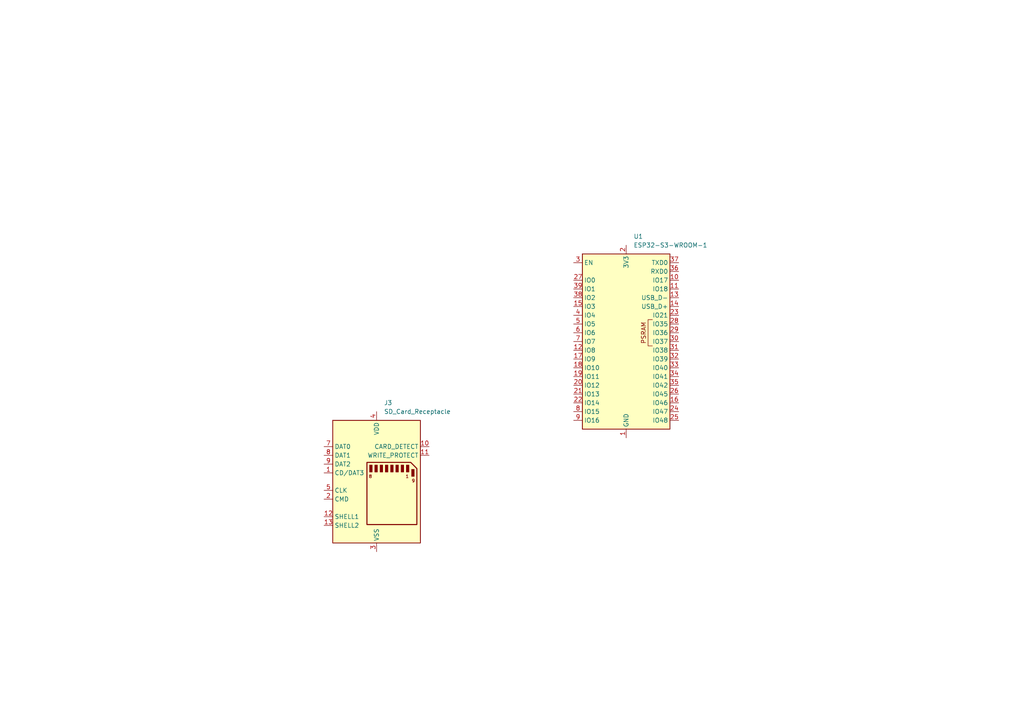
<source format=kicad_sch>
(kicad_sch
	(version 20250114)
	(generator "eeschema")
	(generator_version "9.0")
	(uuid "eae6b2b7-7c39-475f-a588-61e077f8b686")
	(paper "A4")
	(lib_symbols
		(symbol "Connector:SD_Card_Receptacle"
			(exclude_from_sim no)
			(in_bom yes)
			(on_board yes)
			(property "Reference" "J"
				(at -11.938 19.304 0)
				(effects
					(font
						(size 1.27 1.27)
					)
				)
			)
			(property "Value" "SD_Card_Receptacle"
				(at 10.922 -19.558 0)
				(effects
					(font
						(size 1.27 1.27)
					)
				)
			)
			(property "Footprint" ""
				(at 8.89 -3.302 0)
				(effects
					(font
						(size 1.27 1.27)
					)
					(hide yes)
				)
			)
			(property "Datasheet" "http://portal.fciconnect.com/Comergent//fci/drawing/10067847.pdf"
				(at 0 0 0)
				(effects
					(font
						(size 1.27 1.27)
					)
					(hide yes)
				)
			)
			(property "Description" "SD card receptacle"
				(at 0 0 0)
				(effects
					(font
						(size 1.27 1.27)
					)
					(hide yes)
				)
			)
			(property "ki_keywords" "connector SD"
				(at 0 0 0)
				(effects
					(font
						(size 1.27 1.27)
					)
					(hide yes)
				)
			)
			(property "ki_fp_filters" "SD*"
				(at 0 0 0)
				(effects
					(font
						(size 1.27 1.27)
					)
					(hide yes)
				)
			)
			(symbol "SD_Card_Receptacle_0_1"
				(rectangle
					(start -2.032 2.794)
					(end -1.27 4.826)
					(stroke
						(width 0)
						(type default)
					)
					(fill
						(type outline)
					)
				)
				(rectangle
					(start -0.508 2.794)
					(end 0.254 4.826)
					(stroke
						(width 0)
						(type default)
					)
					(fill
						(type outline)
					)
				)
				(rectangle
					(start 1.016 2.794)
					(end 1.778 4.826)
					(stroke
						(width 0)
						(type default)
					)
					(fill
						(type outline)
					)
				)
				(rectangle
					(start 2.54 2.794)
					(end 3.302 4.826)
					(stroke
						(width 0)
						(type default)
					)
					(fill
						(type outline)
					)
				)
				(rectangle
					(start 4.064 2.794)
					(end 4.826 4.826)
					(stroke
						(width 0)
						(type default)
					)
					(fill
						(type outline)
					)
				)
				(rectangle
					(start 5.588 2.794)
					(end 6.35 4.826)
					(stroke
						(width 0)
						(type default)
					)
					(fill
						(type outline)
					)
				)
				(rectangle
					(start 7.112 2.794)
					(end 7.874 4.826)
					(stroke
						(width 0)
						(type default)
					)
					(fill
						(type outline)
					)
				)
				(rectangle
					(start 8.636 2.794)
					(end 9.398 4.826)
					(stroke
						(width 0)
						(type default)
					)
					(fill
						(type outline)
					)
				)
				(rectangle
					(start 10.16 1.524)
					(end 10.922 3.556)
					(stroke
						(width 0)
						(type default)
					)
					(fill
						(type outline)
					)
				)
			)
			(symbol "SD_Card_Receptacle_1_1"
				(rectangle
					(start -12.7 17.78)
					(end 12.7 -17.78)
					(stroke
						(width 0.254)
						(type default)
					)
					(fill
						(type background)
					)
				)
				(polyline
					(pts
						(xy 9.906 5.588) (xy -2.794 5.588) (xy -2.794 -12.446) (xy 11.684 -12.446) (xy 11.684 3.81) (xy 9.906 5.588)
					)
					(stroke
						(width 0.3)
						(type default)
					)
					(fill
						(type none)
					)
				)
				(text "8"
					(at -1.778 1.524 0)
					(effects
						(font
							(size 0.9 0.9)
						)
					)
				)
				(text "1"
					(at 8.89 1.524 0)
					(effects
						(font
							(size 0.9 0.9)
						)
					)
				)
				(text "9"
					(at 10.668 0.254 0)
					(effects
						(font
							(size 0.9 0.9)
						)
					)
				)
				(pin bidirectional line
					(at -15.24 10.16 0)
					(length 2.54)
					(name "DAT0"
						(effects
							(font
								(size 1.27 1.27)
							)
						)
					)
					(number "7"
						(effects
							(font
								(size 1.27 1.27)
							)
						)
					)
				)
				(pin bidirectional line
					(at -15.24 7.62 0)
					(length 2.54)
					(name "DAT1"
						(effects
							(font
								(size 1.27 1.27)
							)
						)
					)
					(number "8"
						(effects
							(font
								(size 1.27 1.27)
							)
						)
					)
				)
				(pin bidirectional line
					(at -15.24 5.08 0)
					(length 2.54)
					(name "DAT2"
						(effects
							(font
								(size 1.27 1.27)
							)
						)
					)
					(number "9"
						(effects
							(font
								(size 1.27 1.27)
							)
						)
					)
				)
				(pin bidirectional line
					(at -15.24 2.54 0)
					(length 2.54)
					(name "CD/DAT3"
						(effects
							(font
								(size 1.27 1.27)
							)
						)
					)
					(number "1"
						(effects
							(font
								(size 1.27 1.27)
							)
						)
					)
				)
				(pin input line
					(at -15.24 -2.54 0)
					(length 2.54)
					(name "CLK"
						(effects
							(font
								(size 1.27 1.27)
							)
						)
					)
					(number "5"
						(effects
							(font
								(size 1.27 1.27)
							)
						)
					)
				)
				(pin bidirectional line
					(at -15.24 -5.08 0)
					(length 2.54)
					(name "CMD"
						(effects
							(font
								(size 1.27 1.27)
							)
						)
					)
					(number "2"
						(effects
							(font
								(size 1.27 1.27)
							)
						)
					)
				)
				(pin passive line
					(at -15.24 -10.16 0)
					(length 2.54)
					(name "SHELL1"
						(effects
							(font
								(size 1.27 1.27)
							)
						)
					)
					(number "12"
						(effects
							(font
								(size 1.27 1.27)
							)
						)
					)
				)
				(pin passive line
					(at -15.24 -12.7 0)
					(length 2.54)
					(name "SHELL2"
						(effects
							(font
								(size 1.27 1.27)
							)
						)
					)
					(number "13"
						(effects
							(font
								(size 1.27 1.27)
							)
						)
					)
				)
				(pin power_in line
					(at 0 20.32 270)
					(length 2.54)
					(name "VDD"
						(effects
							(font
								(size 1.27 1.27)
							)
						)
					)
					(number "4"
						(effects
							(font
								(size 1.27 1.27)
							)
						)
					)
				)
				(pin power_in line
					(at 0 -20.32 90)
					(length 2.54)
					(name "VSS"
						(effects
							(font
								(size 1.27 1.27)
							)
						)
					)
					(number "3"
						(effects
							(font
								(size 1.27 1.27)
							)
						)
					)
				)
				(pin passive line
					(at 0 -20.32 90)
					(length 2.54)
					(hide yes)
					(name "VSS"
						(effects
							(font
								(size 1.27 1.27)
							)
						)
					)
					(number "6"
						(effects
							(font
								(size 1.27 1.27)
							)
						)
					)
				)
				(pin output line
					(at 15.24 10.16 180)
					(length 2.54)
					(name "CARD_DETECT"
						(effects
							(font
								(size 1.27 1.27)
							)
						)
					)
					(number "10"
						(effects
							(font
								(size 1.27 1.27)
							)
						)
					)
				)
				(pin output line
					(at 15.24 7.62 180)
					(length 2.54)
					(name "WRITE_PROTECT"
						(effects
							(font
								(size 1.27 1.27)
							)
						)
					)
					(number "11"
						(effects
							(font
								(size 1.27 1.27)
							)
						)
					)
				)
			)
			(embedded_fonts no)
		)
		(symbol "RF_Module:ESP32-S3-WROOM-1"
			(exclude_from_sim no)
			(in_bom yes)
			(on_board yes)
			(property "Reference" "U"
				(at -12.7 26.67 0)
				(effects
					(font
						(size 1.27 1.27)
					)
				)
			)
			(property "Value" "ESP32-S3-WROOM-1"
				(at 12.7 26.67 0)
				(effects
					(font
						(size 1.27 1.27)
					)
				)
			)
			(property "Footprint" "RF_Module:ESP32-S3-WROOM-1"
				(at 0 2.54 0)
				(effects
					(font
						(size 1.27 1.27)
					)
					(hide yes)
				)
			)
			(property "Datasheet" "https://www.espressif.com/sites/default/files/documentation/esp32-s3-wroom-1_wroom-1u_datasheet_en.pdf"
				(at 0 0 0)
				(effects
					(font
						(size 1.27 1.27)
					)
					(hide yes)
				)
			)
			(property "Description" "RF Module, ESP32-S3 SoC, Wi-Fi 802.11b/g/n, Bluetooth, BLE, 32-bit, 3.3V, onboard antenna, SMD"
				(at 0 0 0)
				(effects
					(font
						(size 1.27 1.27)
					)
					(hide yes)
				)
			)
			(property "ki_keywords" "RF Radio BT ESP ESP32-S3 Espressif onboard PCB antenna"
				(at 0 0 0)
				(effects
					(font
						(size 1.27 1.27)
					)
					(hide yes)
				)
			)
			(property "ki_fp_filters" "ESP32?S3?WROOM?1*"
				(at 0 0 0)
				(effects
					(font
						(size 1.27 1.27)
					)
					(hide yes)
				)
			)
			(symbol "ESP32-S3-WROOM-1_0_0"
				(rectangle
					(start -12.7 25.4)
					(end 12.7 -25.4)
					(stroke
						(width 0.254)
						(type default)
					)
					(fill
						(type background)
					)
				)
				(text "PSRAM"
					(at 5.08 2.54 900)
					(effects
						(font
							(size 1.27 1.27)
						)
					)
				)
			)
			(symbol "ESP32-S3-WROOM-1_0_1"
				(polyline
					(pts
						(xy 7.62 -1.27) (xy 6.35 -1.27) (xy 6.35 6.35) (xy 7.62 6.35)
					)
					(stroke
						(width 0)
						(type default)
					)
					(fill
						(type none)
					)
				)
			)
			(symbol "ESP32-S3-WROOM-1_1_1"
				(pin input line
					(at -15.24 22.86 0)
					(length 2.54)
					(name "EN"
						(effects
							(font
								(size 1.27 1.27)
							)
						)
					)
					(number "3"
						(effects
							(font
								(size 1.27 1.27)
							)
						)
					)
				)
				(pin bidirectional line
					(at -15.24 17.78 0)
					(length 2.54)
					(name "IO0"
						(effects
							(font
								(size 1.27 1.27)
							)
						)
					)
					(number "27"
						(effects
							(font
								(size 1.27 1.27)
							)
						)
					)
				)
				(pin bidirectional line
					(at -15.24 15.24 0)
					(length 2.54)
					(name "IO1"
						(effects
							(font
								(size 1.27 1.27)
							)
						)
					)
					(number "39"
						(effects
							(font
								(size 1.27 1.27)
							)
						)
					)
				)
				(pin bidirectional line
					(at -15.24 12.7 0)
					(length 2.54)
					(name "IO2"
						(effects
							(font
								(size 1.27 1.27)
							)
						)
					)
					(number "38"
						(effects
							(font
								(size 1.27 1.27)
							)
						)
					)
				)
				(pin bidirectional line
					(at -15.24 10.16 0)
					(length 2.54)
					(name "IO3"
						(effects
							(font
								(size 1.27 1.27)
							)
						)
					)
					(number "15"
						(effects
							(font
								(size 1.27 1.27)
							)
						)
					)
				)
				(pin bidirectional line
					(at -15.24 7.62 0)
					(length 2.54)
					(name "IO4"
						(effects
							(font
								(size 1.27 1.27)
							)
						)
					)
					(number "4"
						(effects
							(font
								(size 1.27 1.27)
							)
						)
					)
				)
				(pin bidirectional line
					(at -15.24 5.08 0)
					(length 2.54)
					(name "IO5"
						(effects
							(font
								(size 1.27 1.27)
							)
						)
					)
					(number "5"
						(effects
							(font
								(size 1.27 1.27)
							)
						)
					)
				)
				(pin bidirectional line
					(at -15.24 2.54 0)
					(length 2.54)
					(name "IO6"
						(effects
							(font
								(size 1.27 1.27)
							)
						)
					)
					(number "6"
						(effects
							(font
								(size 1.27 1.27)
							)
						)
					)
				)
				(pin bidirectional line
					(at -15.24 0 0)
					(length 2.54)
					(name "IO7"
						(effects
							(font
								(size 1.27 1.27)
							)
						)
					)
					(number "7"
						(effects
							(font
								(size 1.27 1.27)
							)
						)
					)
				)
				(pin bidirectional line
					(at -15.24 -2.54 0)
					(length 2.54)
					(name "IO8"
						(effects
							(font
								(size 1.27 1.27)
							)
						)
					)
					(number "12"
						(effects
							(font
								(size 1.27 1.27)
							)
						)
					)
				)
				(pin bidirectional line
					(at -15.24 -5.08 0)
					(length 2.54)
					(name "IO9"
						(effects
							(font
								(size 1.27 1.27)
							)
						)
					)
					(number "17"
						(effects
							(font
								(size 1.27 1.27)
							)
						)
					)
				)
				(pin bidirectional line
					(at -15.24 -7.62 0)
					(length 2.54)
					(name "IO10"
						(effects
							(font
								(size 1.27 1.27)
							)
						)
					)
					(number "18"
						(effects
							(font
								(size 1.27 1.27)
							)
						)
					)
				)
				(pin bidirectional line
					(at -15.24 -10.16 0)
					(length 2.54)
					(name "IO11"
						(effects
							(font
								(size 1.27 1.27)
							)
						)
					)
					(number "19"
						(effects
							(font
								(size 1.27 1.27)
							)
						)
					)
				)
				(pin bidirectional line
					(at -15.24 -12.7 0)
					(length 2.54)
					(name "IO12"
						(effects
							(font
								(size 1.27 1.27)
							)
						)
					)
					(number "20"
						(effects
							(font
								(size 1.27 1.27)
							)
						)
					)
				)
				(pin bidirectional line
					(at -15.24 -15.24 0)
					(length 2.54)
					(name "IO13"
						(effects
							(font
								(size 1.27 1.27)
							)
						)
					)
					(number "21"
						(effects
							(font
								(size 1.27 1.27)
							)
						)
					)
				)
				(pin bidirectional line
					(at -15.24 -17.78 0)
					(length 2.54)
					(name "IO14"
						(effects
							(font
								(size 1.27 1.27)
							)
						)
					)
					(number "22"
						(effects
							(font
								(size 1.27 1.27)
							)
						)
					)
				)
				(pin bidirectional line
					(at -15.24 -20.32 0)
					(length 2.54)
					(name "IO15"
						(effects
							(font
								(size 1.27 1.27)
							)
						)
					)
					(number "8"
						(effects
							(font
								(size 1.27 1.27)
							)
						)
					)
				)
				(pin bidirectional line
					(at -15.24 -22.86 0)
					(length 2.54)
					(name "IO16"
						(effects
							(font
								(size 1.27 1.27)
							)
						)
					)
					(number "9"
						(effects
							(font
								(size 1.27 1.27)
							)
						)
					)
				)
				(pin power_in line
					(at 0 27.94 270)
					(length 2.54)
					(name "3V3"
						(effects
							(font
								(size 1.27 1.27)
							)
						)
					)
					(number "2"
						(effects
							(font
								(size 1.27 1.27)
							)
						)
					)
				)
				(pin power_in line
					(at 0 -27.94 90)
					(length 2.54)
					(name "GND"
						(effects
							(font
								(size 1.27 1.27)
							)
						)
					)
					(number "1"
						(effects
							(font
								(size 1.27 1.27)
							)
						)
					)
				)
				(pin passive line
					(at 0 -27.94 90)
					(length 2.54)
					(hide yes)
					(name "GND"
						(effects
							(font
								(size 1.27 1.27)
							)
						)
					)
					(number "40"
						(effects
							(font
								(size 1.27 1.27)
							)
						)
					)
				)
				(pin passive line
					(at 0 -27.94 90)
					(length 2.54)
					(hide yes)
					(name "GND"
						(effects
							(font
								(size 1.27 1.27)
							)
						)
					)
					(number "41"
						(effects
							(font
								(size 1.27 1.27)
							)
						)
					)
				)
				(pin bidirectional line
					(at 15.24 22.86 180)
					(length 2.54)
					(name "TXD0"
						(effects
							(font
								(size 1.27 1.27)
							)
						)
					)
					(number "37"
						(effects
							(font
								(size 1.27 1.27)
							)
						)
					)
				)
				(pin bidirectional line
					(at 15.24 20.32 180)
					(length 2.54)
					(name "RXD0"
						(effects
							(font
								(size 1.27 1.27)
							)
						)
					)
					(number "36"
						(effects
							(font
								(size 1.27 1.27)
							)
						)
					)
				)
				(pin bidirectional line
					(at 15.24 17.78 180)
					(length 2.54)
					(name "IO17"
						(effects
							(font
								(size 1.27 1.27)
							)
						)
					)
					(number "10"
						(effects
							(font
								(size 1.27 1.27)
							)
						)
					)
				)
				(pin bidirectional line
					(at 15.24 15.24 180)
					(length 2.54)
					(name "IO18"
						(effects
							(font
								(size 1.27 1.27)
							)
						)
					)
					(number "11"
						(effects
							(font
								(size 1.27 1.27)
							)
						)
					)
				)
				(pin bidirectional line
					(at 15.24 12.7 180)
					(length 2.54)
					(name "USB_D-"
						(effects
							(font
								(size 1.27 1.27)
							)
						)
					)
					(number "13"
						(effects
							(font
								(size 1.27 1.27)
							)
						)
					)
					(alternate "IO19" bidirectional line)
				)
				(pin bidirectional line
					(at 15.24 10.16 180)
					(length 2.54)
					(name "USB_D+"
						(effects
							(font
								(size 1.27 1.27)
							)
						)
					)
					(number "14"
						(effects
							(font
								(size 1.27 1.27)
							)
						)
					)
					(alternate "IO20" bidirectional line)
				)
				(pin bidirectional line
					(at 15.24 7.62 180)
					(length 2.54)
					(name "IO21"
						(effects
							(font
								(size 1.27 1.27)
							)
						)
					)
					(number "23"
						(effects
							(font
								(size 1.27 1.27)
							)
						)
					)
				)
				(pin bidirectional line
					(at 15.24 5.08 180)
					(length 2.54)
					(name "IO35"
						(effects
							(font
								(size 1.27 1.27)
							)
						)
					)
					(number "28"
						(effects
							(font
								(size 1.27 1.27)
							)
						)
					)
				)
				(pin bidirectional line
					(at 15.24 2.54 180)
					(length 2.54)
					(name "IO36"
						(effects
							(font
								(size 1.27 1.27)
							)
						)
					)
					(number "29"
						(effects
							(font
								(size 1.27 1.27)
							)
						)
					)
				)
				(pin bidirectional line
					(at 15.24 0 180)
					(length 2.54)
					(name "IO37"
						(effects
							(font
								(size 1.27 1.27)
							)
						)
					)
					(number "30"
						(effects
							(font
								(size 1.27 1.27)
							)
						)
					)
				)
				(pin bidirectional line
					(at 15.24 -2.54 180)
					(length 2.54)
					(name "IO38"
						(effects
							(font
								(size 1.27 1.27)
							)
						)
					)
					(number "31"
						(effects
							(font
								(size 1.27 1.27)
							)
						)
					)
				)
				(pin bidirectional line
					(at 15.24 -5.08 180)
					(length 2.54)
					(name "IO39"
						(effects
							(font
								(size 1.27 1.27)
							)
						)
					)
					(number "32"
						(effects
							(font
								(size 1.27 1.27)
							)
						)
					)
				)
				(pin bidirectional line
					(at 15.24 -7.62 180)
					(length 2.54)
					(name "IO40"
						(effects
							(font
								(size 1.27 1.27)
							)
						)
					)
					(number "33"
						(effects
							(font
								(size 1.27 1.27)
							)
						)
					)
				)
				(pin bidirectional line
					(at 15.24 -10.16 180)
					(length 2.54)
					(name "IO41"
						(effects
							(font
								(size 1.27 1.27)
							)
						)
					)
					(number "34"
						(effects
							(font
								(size 1.27 1.27)
							)
						)
					)
				)
				(pin bidirectional line
					(at 15.24 -12.7 180)
					(length 2.54)
					(name "IO42"
						(effects
							(font
								(size 1.27 1.27)
							)
						)
					)
					(number "35"
						(effects
							(font
								(size 1.27 1.27)
							)
						)
					)
				)
				(pin bidirectional line
					(at 15.24 -15.24 180)
					(length 2.54)
					(name "IO45"
						(effects
							(font
								(size 1.27 1.27)
							)
						)
					)
					(number "26"
						(effects
							(font
								(size 1.27 1.27)
							)
						)
					)
				)
				(pin bidirectional line
					(at 15.24 -17.78 180)
					(length 2.54)
					(name "IO46"
						(effects
							(font
								(size 1.27 1.27)
							)
						)
					)
					(number "16"
						(effects
							(font
								(size 1.27 1.27)
							)
						)
					)
				)
				(pin bidirectional line
					(at 15.24 -20.32 180)
					(length 2.54)
					(name "IO47"
						(effects
							(font
								(size 1.27 1.27)
							)
						)
					)
					(number "24"
						(effects
							(font
								(size 1.27 1.27)
							)
						)
					)
				)
				(pin bidirectional line
					(at 15.24 -22.86 180)
					(length 2.54)
					(name "IO48"
						(effects
							(font
								(size 1.27 1.27)
							)
						)
					)
					(number "25"
						(effects
							(font
								(size 1.27 1.27)
							)
						)
					)
				)
			)
			(embedded_fonts no)
		)
	)
	(symbol
		(lib_id "RF_Module:ESP32-S3-WROOM-1")
		(at 181.61 99.06 0)
		(unit 1)
		(exclude_from_sim no)
		(in_bom yes)
		(on_board yes)
		(dnp no)
		(fields_autoplaced yes)
		(uuid "8f0c5d9d-2644-41ac-bf57-1afaa0e585da")
		(property "Reference" "U1"
			(at 183.7533 68.58 0)
			(effects
				(font
					(size 1.27 1.27)
				)
				(justify left)
			)
		)
		(property "Value" "ESP32-S3-WROOM-1"
			(at 183.7533 71.12 0)
			(effects
				(font
					(size 1.27 1.27)
				)
				(justify left)
			)
		)
		(property "Footprint" "RF_Module:ESP32-S3-WROOM-1"
			(at 181.61 96.52 0)
			(effects
				(font
					(size 1.27 1.27)
				)
				(hide yes)
			)
		)
		(property "Datasheet" "https://www.espressif.com/sites/default/files/documentation/esp32-s3-wroom-1_wroom-1u_datasheet_en.pdf"
			(at 181.61 99.06 0)
			(effects
				(font
					(size 1.27 1.27)
				)
				(hide yes)
			)
		)
		(property "Description" "RF Module, ESP32-S3 SoC, Wi-Fi 802.11b/g/n, Bluetooth, BLE, 32-bit, 3.3V, onboard antenna, SMD"
			(at 181.61 99.06 0)
			(effects
				(font
					(size 1.27 1.27)
				)
				(hide yes)
			)
		)
		(pin "36"
			(uuid "622b8757-b4e9-4da3-a0ce-84dfe13b1b66")
		)
		(pin "30"
			(uuid "d7deaa2e-3e72-44df-8351-6d7f995c59af")
		)
		(pin "10"
			(uuid "9c7cce91-eb66-4233-88ab-4619c64e8223")
		)
		(pin "14"
			(uuid "d53f34f9-5b2b-4fb2-8dce-112adb5cae95")
		)
		(pin "11"
			(uuid "a9c0fe23-8655-4ca8-a4ff-580d3dd9287f")
		)
		(pin "29"
			(uuid "c10a2666-ea66-4310-ad63-486437a9b2f8")
		)
		(pin "26"
			(uuid "3a2f4974-5cd8-442d-b9db-befabc209d79")
		)
		(pin "16"
			(uuid "1a89fbd1-4daa-4bed-a0dc-7787e2faa3d1")
		)
		(pin "34"
			(uuid "604fbf41-716d-4e8f-b549-f08e1fdea109")
		)
		(pin "23"
			(uuid "c8cace2a-3095-480b-b10d-0952de8c8a1d")
		)
		(pin "31"
			(uuid "d4399cdc-79f5-4f2a-b0b4-40551a7f2ee6")
		)
		(pin "41"
			(uuid "8f3791f4-b3fc-45a8-b884-5695bf44da7a")
		)
		(pin "32"
			(uuid "b03dbdf9-d913-4133-a540-858597f62ca3")
		)
		(pin "24"
			(uuid "646ca53d-de3e-4af2-875e-ae3c99934440")
		)
		(pin "28"
			(uuid "fa5dfdbf-8c17-45b9-b515-ef7d2c984d5c")
		)
		(pin "25"
			(uuid "79b37801-52f6-45b4-b709-22619976a455")
		)
		(pin "35"
			(uuid "c5a2875f-8874-48b8-af78-5ed5a11cb6da")
		)
		(pin "37"
			(uuid "f24ee2eb-7840-4e03-8753-d7266a528983")
		)
		(pin "13"
			(uuid "eded9a0c-8616-4ce4-be6f-d14e1b3502fc")
		)
		(pin "33"
			(uuid "cecbe7ff-173e-416c-8d13-31608d885218")
		)
		(pin "7"
			(uuid "3310afc8-b0a5-42b7-b90b-b1fcea317fa7")
		)
		(pin "27"
			(uuid "aa79c3a9-178a-4dbc-8aba-2325ae57acdf")
		)
		(pin "20"
			(uuid "144bf2ef-8b0d-414a-914b-e3628a73b6d1")
		)
		(pin "1"
			(uuid "8cde1fd5-2b40-4671-ac43-d20329bf0454")
		)
		(pin "40"
			(uuid "6539719c-5e8e-441b-814b-c439482160e6")
		)
		(pin "38"
			(uuid "2d8b4928-479a-4fe8-b7dc-3f6713bffe0a")
		)
		(pin "22"
			(uuid "35197838-238d-4f23-9540-5a6598ce2a13")
		)
		(pin "17"
			(uuid "585d372b-d4e0-4bfd-98b3-e735eb23f63b")
		)
		(pin "3"
			(uuid "143262f5-56c7-41f5-9d68-c66d9b9d1859")
		)
		(pin "21"
			(uuid "a44ae402-51e2-4304-99c4-e5dfb9532077")
		)
		(pin "8"
			(uuid "ab7db4e9-7e45-4673-8bcb-82d0c0aafe88")
		)
		(pin "6"
			(uuid "ad3d3d2e-064c-4e0d-8f09-a6b8188350a1")
		)
		(pin "15"
			(uuid "d4b89e7e-d740-45a3-928f-08489801f87b")
		)
		(pin "4"
			(uuid "9a8a3a1f-e28a-412c-800a-280324cf3354")
		)
		(pin "5"
			(uuid "8573019c-befa-4539-9a61-ad1b48c553ef")
		)
		(pin "39"
			(uuid "8eaf3dc0-b580-4218-99a0-d01d8b6d6a7e")
		)
		(pin "12"
			(uuid "79a71688-49e0-42a9-94b5-dcba2c104316")
		)
		(pin "9"
			(uuid "2a1b62c8-8dae-4063-b36f-1f3d907a02d8")
		)
		(pin "19"
			(uuid "d48625fb-4402-4c4f-96c0-19f574c89db8")
		)
		(pin "18"
			(uuid "f2829602-e5e9-4182-bf39-d2a9c9269f94")
		)
		(pin "2"
			(uuid "347de1d7-1468-401b-b9b3-73448f13af79")
		)
		(instances
			(project ""
				(path "/eae6b2b7-7c39-475f-a588-61e077f8b686"
					(reference "U1")
					(unit 1)
				)
			)
		)
	)
	(symbol
		(lib_id "Connector:SD_Card_Receptacle")
		(at 109.22 139.7 0)
		(unit 1)
		(exclude_from_sim no)
		(in_bom yes)
		(on_board yes)
		(dnp no)
		(fields_autoplaced yes)
		(uuid "d5679ff2-18a0-4302-a265-2e4430f4ea53")
		(property "Reference" "J3"
			(at 111.3633 116.84 0)
			(effects
				(font
					(size 1.27 1.27)
				)
				(justify left)
			)
		)
		(property "Value" "SD_Card_Receptacle"
			(at 111.3633 119.38 0)
			(effects
				(font
					(size 1.27 1.27)
				)
				(justify left)
			)
		)
		(property "Footprint" ""
			(at 118.11 143.002 0)
			(effects
				(font
					(size 1.27 1.27)
				)
				(hide yes)
			)
		)
		(property "Datasheet" "http://portal.fciconnect.com/Comergent//fci/drawing/10067847.pdf"
			(at 109.22 139.7 0)
			(effects
				(font
					(size 1.27 1.27)
				)
				(hide yes)
			)
		)
		(property "Description" "SD card receptacle"
			(at 109.22 139.7 0)
			(effects
				(font
					(size 1.27 1.27)
				)
				(hide yes)
			)
		)
		(pin "4"
			(uuid "64a90745-1e64-475b-9c78-6a3c79478cab")
		)
		(pin "6"
			(uuid "cf61cb0e-4490-48e5-a4c8-485030582af2")
		)
		(pin "10"
			(uuid "619d8846-1086-4ad6-941f-0473ffb3ff32")
		)
		(pin "8"
			(uuid "eceff910-cc44-4cd4-a272-d044f8609cf7")
		)
		(pin "9"
			(uuid "11a709f0-fdc9-4640-98b9-80618842879c")
		)
		(pin "1"
			(uuid "81f9a2d9-e53a-49f1-bf6a-1cb0a0c64305")
		)
		(pin "5"
			(uuid "88795c92-07da-4499-9c1c-9668737cbc59")
		)
		(pin "7"
			(uuid "ad575378-c7f9-41d0-b817-877b88ee5ba8")
		)
		(pin "13"
			(uuid "046c23b7-3d3d-4e62-b7e7-aeed6de5e61b")
		)
		(pin "12"
			(uuid "cfb738c6-eb5f-42e1-8c64-4de509cc0d05")
		)
		(pin "2"
			(uuid "08f2cab8-8982-4774-b7f2-bbbf8e05d624")
		)
		(pin "3"
			(uuid "0a797a00-4910-4671-9917-ebe990328ac9")
		)
		(pin "11"
			(uuid "76ef9e22-b166-43be-a6c6-8eafe3f1c934")
		)
		(instances
			(project ""
				(path "/eae6b2b7-7c39-475f-a588-61e077f8b686"
					(reference "J3")
					(unit 1)
				)
			)
		)
	)
	(sheet_instances
		(path "/"
			(page "1")
		)
	)
	(embedded_fonts no)
)

</source>
